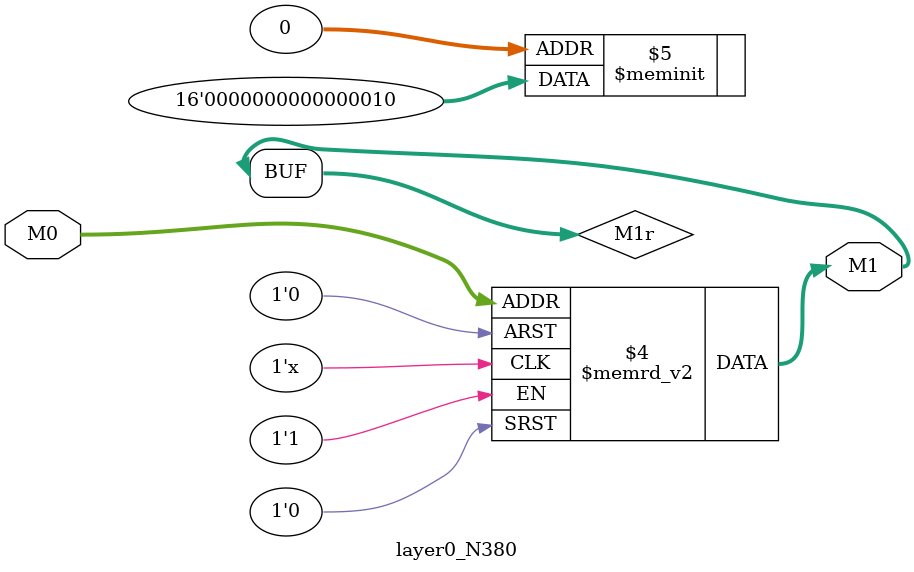
<source format=v>
module layer0_N380 ( input [2:0] M0, output [1:0] M1 );

	(*rom_style = "distributed" *) reg [1:0] M1r;
	assign M1 = M1r;
	always @ (M0) begin
		case (M0)
			3'b000: M1r = 2'b10;
			3'b100: M1r = 2'b00;
			3'b010: M1r = 2'b00;
			3'b110: M1r = 2'b00;
			3'b001: M1r = 2'b00;
			3'b101: M1r = 2'b00;
			3'b011: M1r = 2'b00;
			3'b111: M1r = 2'b00;

		endcase
	end
endmodule

</source>
